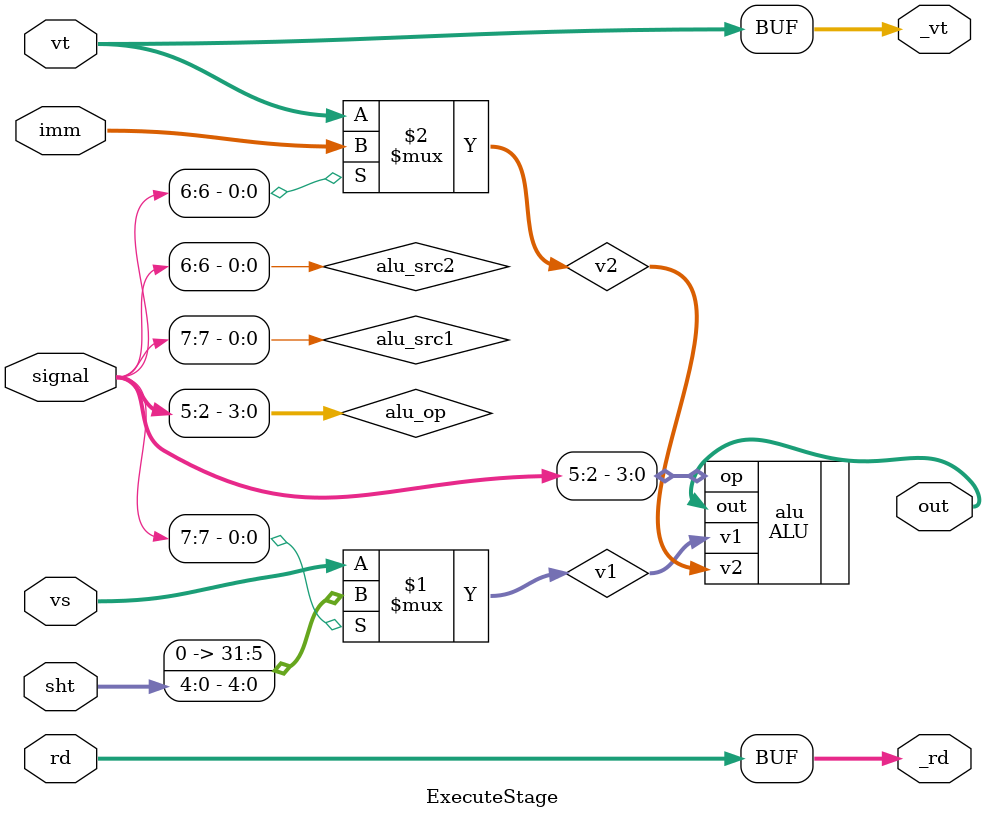
<source format=sv>
module ExecuteStage(
    input logic [4:0] rd, sht,
    input logic [31:0] imm, vs, vt,
    input logic [7:2] signal,
    output logic [4:0] _rd,
    output logic [31:0] out, _vt
);
    logic [5:2] alu_op;
    logic alu_src1, alu_src2;
    assign alu_op = signal[5:2];
    assign alu_src1 = signal[7];
    assign alu_src2 = signal[6];

    logic [31:0] v1, v2;
    assign v1 = alu_src1 ? {27'b0, sht} : vs;
    assign v2 = alu_src2 ? imm : vt;

    ALU alu(
        .op(alu_op),
        .v1(v1), .v2(v2),
        .out(out)
    );

    assign _rd = rd;
    assign _vt = vt;
endmodule
</source>
